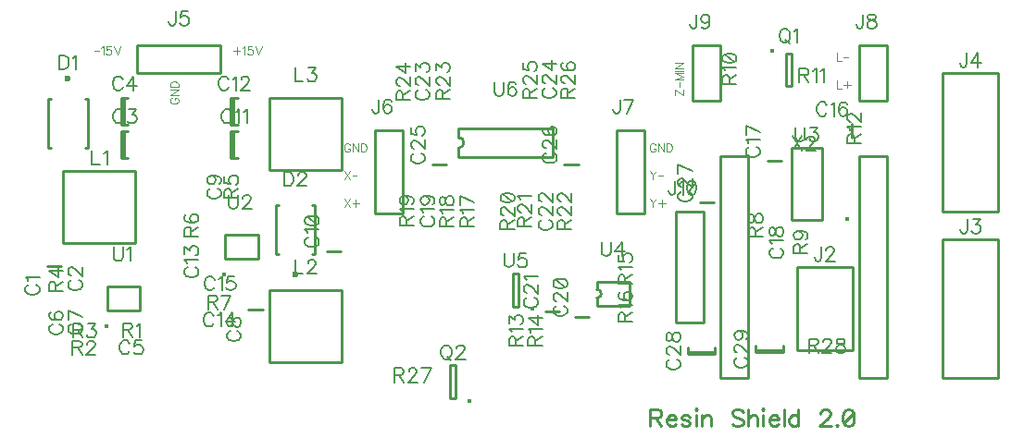
<source format=gbr>
G04 DipTrace 2.4.0.2*
%INTopSilk.gbr*%
%MOIN*%
%ADD10C,0.0098*%
%ADD24C,0.0236*%
%ADD30C,0.0154*%
%ADD32C,0.0157*%
%ADD77C,0.0077*%
%ADD78C,0.0046*%
%ADD79C,0.0093*%
%FSLAX44Y44*%
G04*
G70*
G90*
G75*
G01*
%LNTopSilk*%
%LPD*%
X5185Y10479D2*
D10*
X5696D1*
X7949Y14386D2*
Y15371D1*
X7874Y14386D2*
Y15371D1*
Y14386D2*
X8110D1*
X7874Y15371D2*
X8110D1*
X7949Y15574D2*
Y16558D1*
X7874Y15574D2*
Y16558D1*
Y15574D2*
X8110D1*
X7874Y16558D2*
X8110D1*
X12436Y8917D2*
X12947D1*
X15760Y11027D2*
X15248D1*
X11887Y14386D2*
Y15371D1*
X11812Y14386D2*
Y15371D1*
Y14386D2*
X12048D1*
X11812Y15371D2*
X12048D1*
X11887Y15574D2*
Y16558D1*
X11812Y15574D2*
Y16558D1*
Y15574D2*
X12048D1*
X11812Y16558D2*
X12048D1*
X34165Y15633D2*
Y15122D1*
X31633Y14276D2*
X31122D1*
X24698Y8652D2*
X24187D1*
X23636Y8839D2*
X23124D1*
X19573Y14153D2*
X19061D1*
X24323Y14152D2*
X23812D1*
X29196Y12776D2*
X28684D1*
X29245Y7385D2*
X28260D1*
X29245Y7311D2*
X28260D1*
X29245D2*
Y7546D1*
X28260Y7311D2*
Y7546D1*
X31682Y7448D2*
X30698D1*
X31682Y7373D2*
X30698D1*
X31682D2*
Y7609D1*
X30698Y7373D2*
Y7609D1*
X6649Y16524D2*
Y14752D1*
X5232Y16524D2*
Y14752D1*
X6649D2*
X6551D1*
X6649Y16524D2*
X6551D1*
X5331Y14752D2*
X5232D1*
X5331Y16524D2*
X5232D1*
D24*
X5941Y17242D3*
X13420Y10921D2*
D10*
Y12693D1*
X14837Y10921D2*
Y12693D1*
X13420D2*
X13519D1*
X13420Y10921D2*
X13519D1*
X14739Y12693D2*
X14837D1*
X14739Y10921D2*
X14837D1*
D24*
X14129Y10202D3*
X32190Y7440D2*
D10*
X34190D1*
Y10440D1*
X32190D1*
Y7440D1*
X37440Y6440D2*
X39440D1*
Y11440D1*
X37440D1*
Y6440D1*
Y12440D2*
X39440D1*
Y17440D1*
X37440D1*
Y12440D1*
X8440Y18440D2*
X11440D1*
Y17440D1*
X8440D1*
Y18440D1*
X17004Y12379D2*
X18004D1*
Y15378D1*
X17004D1*
Y12379D1*
X25692D2*
X26692D1*
Y15378D1*
X25692D1*
Y12379D1*
X34440Y16440D2*
X35440D1*
Y18440D1*
X34440D1*
Y16440D1*
X28440D2*
X29440D1*
Y18440D1*
X28440D1*
Y16440D1*
X27818Y8440D2*
X28818D1*
Y12441D1*
X27818D1*
Y8440D1*
X8375Y11329D2*
X5777D1*
Y13928D1*
X8375D1*
Y11329D1*
X15803Y9625D2*
X13205D1*
Y7027D1*
X15803D1*
Y9625D1*
Y16563D2*
X13205D1*
Y13964D1*
X15803D1*
Y16563D1*
D30*
X31293Y18248D3*
X31794Y18156D2*
D10*
Y16975D1*
X31991D1*
Y18156D1*
X31794D1*
D30*
X20402Y5632D3*
X19900Y5724D2*
D10*
Y6905D1*
X19704D1*
Y5724D1*
X19900D1*
X7359Y8873D2*
X8540D1*
X7359Y9740D2*
X8540D1*
Y8873D2*
Y9740D1*
D32*
X7320Y8322D3*
X7359Y8873D2*
D10*
Y9740D1*
X11610Y10749D2*
X12791D1*
X11610Y11615D2*
X12791D1*
Y10749D2*
Y11615D1*
D32*
X11570Y10198D3*
X11610Y10749D2*
D10*
Y11615D1*
D30*
X33992Y12182D3*
X33099Y12171D2*
D10*
Y14770D1*
X31997Y12171D2*
Y14770D1*
X33099D2*
X31997D1*
X33099Y12171D2*
X31997D1*
X24986Y9061D2*
X26167D1*
X24986Y9927D2*
X26167D1*
Y9061D2*
Y9927D1*
X24986Y9061D2*
Y9337D1*
Y9652D2*
Y9927D1*
Y9337D2*
G03X24986Y9652I0J158D01*
G01*
D30*
X22652Y8945D3*
X22151Y9037D2*
D10*
Y10218D1*
X21954D1*
Y9037D1*
X22151D1*
X19999Y14430D2*
X23385D1*
X19999Y15453D2*
X23385D1*
Y14430D2*
Y15453D1*
X19999Y14430D2*
Y14745D1*
Y15138D2*
Y15453D1*
Y14745D2*
G03X19999Y15138I0J197D01*
G01*
X34440Y6440D2*
X35440D1*
Y14440D1*
X34440D1*
Y6440D1*
X29440D2*
X30440D1*
Y14440D1*
X29440D1*
Y6440D1*
X4533Y9813D2*
D77*
X4485Y9789D1*
X4437Y9741D1*
X4413Y9693D1*
Y9598D1*
X4437Y9550D1*
X4485Y9502D1*
X4533Y9478D1*
X4604Y9454D1*
X4724D1*
X4796Y9478D1*
X4844Y9502D1*
X4891Y9550D1*
X4916Y9598D1*
Y9693D1*
X4891Y9741D1*
X4844Y9789D1*
X4796Y9813D1*
X4509Y9967D2*
X4485Y10015D1*
X4414Y10087D1*
X4916D1*
X6069Y9978D2*
X6021Y9954D1*
X5973Y9906D1*
X5949Y9859D1*
Y9763D1*
X5973Y9715D1*
X6021Y9667D1*
X6069Y9643D1*
X6141Y9619D1*
X6260D1*
X6332Y9643D1*
X6380Y9667D1*
X6427Y9715D1*
X6452Y9763D1*
Y9859D1*
X6427Y9906D1*
X6380Y9954D1*
X6332Y9978D1*
X6069Y10157D2*
X6045D1*
X5997Y10180D1*
X5974Y10204D1*
X5950Y10252D1*
Y10348D1*
X5974Y10395D1*
X5997Y10419D1*
X6045Y10444D1*
X6093D1*
X6141Y10419D1*
X6212Y10372D1*
X6452Y10132D1*
Y10467D1*
X7927Y16023D2*
X7903Y16071D1*
X7855Y16119D1*
X7807Y16142D1*
X7712D1*
X7664Y16119D1*
X7616Y16071D1*
X7592Y16023D1*
X7568Y15951D1*
Y15831D1*
X7592Y15760D1*
X7616Y15712D1*
X7664Y15664D1*
X7712Y15640D1*
X7807D1*
X7855Y15664D1*
X7903Y15712D1*
X7927Y15760D1*
X8129Y16142D2*
X8392D1*
X8249Y15951D1*
X8320D1*
X8368Y15927D1*
X8392Y15903D1*
X8416Y15831D1*
Y15784D1*
X8392Y15712D1*
X8344Y15664D1*
X8272Y15640D1*
X8201D1*
X8129Y15664D1*
X8105Y15688D1*
X8081Y15736D1*
X7915Y17210D2*
X7891Y17258D1*
X7843Y17306D1*
X7795Y17330D1*
X7700D1*
X7652Y17306D1*
X7604Y17258D1*
X7580Y17210D1*
X7556Y17138D1*
Y17018D1*
X7580Y16947D1*
X7604Y16899D1*
X7652Y16852D1*
X7700Y16827D1*
X7795D1*
X7843Y16852D1*
X7891Y16899D1*
X7915Y16947D1*
X8308Y16827D2*
Y17329D1*
X8069Y16995D1*
X8428D1*
X8166Y7688D2*
X8142Y7735D1*
X8094Y7783D1*
X8047Y7807D1*
X7951D1*
X7903Y7783D1*
X7855Y7735D1*
X7831Y7688D1*
X7807Y7616D1*
Y7496D1*
X7831Y7425D1*
X7855Y7377D1*
X7903Y7329D1*
X7951Y7305D1*
X8047D1*
X8094Y7329D1*
X8142Y7377D1*
X8166Y7425D1*
X8607Y7807D2*
X8368D1*
X8345Y7592D1*
X8368Y7615D1*
X8440Y7640D1*
X8512D1*
X8583Y7615D1*
X8631Y7568D1*
X8655Y7496D1*
Y7448D1*
X8631Y7377D1*
X8583Y7328D1*
X8512Y7305D1*
X8440D1*
X8368Y7328D1*
X8345Y7353D1*
X8320Y7400D1*
X5381Y8391D2*
X5334Y8367D1*
X5286Y8319D1*
X5262Y8272D1*
Y8176D1*
X5286Y8128D1*
X5334Y8081D1*
X5381Y8056D1*
X5453Y8033D1*
X5573D1*
X5644Y8056D1*
X5692Y8081D1*
X5740Y8128D1*
X5764Y8176D1*
Y8272D1*
X5740Y8319D1*
X5692Y8367D1*
X5644Y8391D1*
X5334Y8832D2*
X5286Y8809D1*
X5262Y8737D1*
Y8689D1*
X5286Y8617D1*
X5358Y8569D1*
X5477Y8546D1*
X5597D1*
X5692Y8569D1*
X5740Y8617D1*
X5764Y8689D1*
Y8713D1*
X5740Y8784D1*
X5692Y8832D1*
X5620Y8856D1*
X5597D1*
X5525Y8832D1*
X5477Y8784D1*
X5454Y8713D1*
Y8689D1*
X5477Y8617D1*
X5525Y8569D1*
X5597Y8546D1*
X6069Y8397D2*
X6021Y8374D1*
X5973Y8325D1*
X5949Y8278D1*
Y8182D1*
X5973Y8134D1*
X6021Y8087D1*
X6069Y8062D1*
X6140Y8039D1*
X6260D1*
X6332Y8062D1*
X6380Y8087D1*
X6427Y8134D1*
X6452Y8182D1*
Y8278D1*
X6427Y8325D1*
X6380Y8374D1*
X6332Y8397D1*
X6452Y8647D2*
X5950Y8887D1*
Y8552D1*
X11783Y8143D2*
X11736Y8119D1*
X11688Y8071D1*
X11664Y8023D1*
Y7928D1*
X11688Y7880D1*
X11736Y7832D1*
X11783Y7808D1*
X11855Y7784D1*
X11975D1*
X12046Y7808D1*
X12094Y7832D1*
X12142Y7880D1*
X12166Y7928D1*
Y8023D1*
X12142Y8071D1*
X12094Y8119D1*
X12046Y8143D1*
X11664Y8417D2*
X11688Y8345D1*
X11736Y8321D1*
X11784D1*
X11831Y8345D1*
X11856Y8393D1*
X11879Y8488D1*
X11903Y8560D1*
X11951Y8608D1*
X11999Y8632D1*
X12071D1*
X12118Y8608D1*
X12143Y8584D1*
X12166Y8512D1*
Y8417D1*
X12143Y8345D1*
X12118Y8321D1*
X12071Y8297D1*
X11999D1*
X11951Y8321D1*
X11903Y8369D1*
X11879Y8440D1*
X11856Y8536D1*
X11831Y8584D1*
X11784Y8608D1*
X11736D1*
X11688Y8584D1*
X11664Y8512D1*
Y8417D1*
X11069Y13285D2*
X11022Y13261D1*
X10974Y13213D1*
X10950Y13165D1*
Y13070D1*
X10974Y13022D1*
X11022Y12974D1*
X11069Y12950D1*
X11141Y12926D1*
X11261D1*
X11332Y12950D1*
X11380Y12974D1*
X11428Y13022D1*
X11452Y13070D1*
Y13165D1*
X11428Y13213D1*
X11380Y13261D1*
X11332Y13285D1*
X11117Y13750D2*
X11189Y13726D1*
X11237Y13678D1*
X11261Y13607D1*
Y13583D1*
X11237Y13511D1*
X11189Y13463D1*
X11117Y13439D1*
X11093D1*
X11022Y13463D1*
X10974Y13511D1*
X10950Y13583D1*
Y13607D1*
X10974Y13678D1*
X11022Y13726D1*
X11117Y13750D1*
X11237D1*
X11357Y13726D1*
X11428Y13678D1*
X11452Y13607D1*
Y13559D1*
X11428Y13487D1*
X11380Y13463D1*
X14596Y11533D2*
X14548Y11510D1*
X14500Y11461D1*
X14476Y11414D1*
Y11318D1*
X14500Y11270D1*
X14548Y11223D1*
X14596Y11198D1*
X14668Y11175D1*
X14787D1*
X14859Y11198D1*
X14907Y11223D1*
X14954Y11270D1*
X14979Y11318D1*
Y11414D1*
X14954Y11461D1*
X14907Y11510D1*
X14859Y11533D1*
X14572Y11688D2*
X14548Y11736D1*
X14477Y11808D1*
X14979D1*
X14477Y12106D2*
X14501Y12034D1*
X14572Y11986D1*
X14692Y11962D1*
X14764D1*
X14883Y11986D1*
X14955Y12034D1*
X14979Y12106D1*
Y12153D1*
X14955Y12225D1*
X14883Y12273D1*
X14764Y12297D1*
X14692D1*
X14572Y12273D1*
X14501Y12225D1*
X14477Y12153D1*
Y12106D1*
X14572Y12273D2*
X14883Y11986D1*
X11835Y16023D2*
X11811Y16071D1*
X11763Y16119D1*
X11716Y16142D1*
X11620D1*
X11572Y16119D1*
X11524Y16071D1*
X11500Y16023D1*
X11476Y15951D1*
Y15831D1*
X11500Y15760D1*
X11524Y15712D1*
X11572Y15664D1*
X11620Y15640D1*
X11716D1*
X11763Y15664D1*
X11811Y15712D1*
X11835Y15760D1*
X11989Y16046D2*
X12037Y16071D1*
X12109Y16142D1*
Y15640D1*
X12264Y16046D2*
X12312Y16071D1*
X12384Y16142D1*
Y15640D1*
X11728Y17211D2*
X11704Y17258D1*
X11656Y17306D1*
X11608Y17330D1*
X11513D1*
X11464Y17306D1*
X11417Y17258D1*
X11393Y17211D1*
X11369Y17139D1*
Y17019D1*
X11393Y16948D1*
X11417Y16899D1*
X11464Y16852D1*
X11513Y16828D1*
X11608D1*
X11656Y16852D1*
X11704Y16899D1*
X11728Y16948D1*
X11882Y17234D2*
X11930Y17258D1*
X12002Y17329D1*
Y16828D1*
X12181Y17210D2*
Y17234D1*
X12204Y17282D1*
X12228Y17306D1*
X12276Y17329D1*
X12372D1*
X12419Y17306D1*
X12443Y17282D1*
X12467Y17234D1*
Y17186D1*
X12443Y17138D1*
X12396Y17067D1*
X12156Y16828D1*
X12491D1*
X10257Y10448D2*
X10209Y10424D1*
X10161Y10376D1*
X10137Y10328D1*
Y10233D1*
X10161Y10185D1*
X10209Y10137D1*
X10257Y10113D1*
X10328Y10089D1*
X10448D1*
X10520Y10113D1*
X10568Y10137D1*
X10615Y10185D1*
X10640Y10233D1*
Y10328D1*
X10615Y10376D1*
X10568Y10424D1*
X10520Y10448D1*
X10233Y10602D2*
X10209Y10650D1*
X10138Y10722D1*
X10640D1*
X10138Y10925D2*
Y11187D1*
X10329Y11044D1*
Y11116D1*
X10353Y11163D1*
X10377Y11187D1*
X10448Y11211D1*
X10496D1*
X10568Y11187D1*
X10616Y11140D1*
X10640Y11068D1*
Y10996D1*
X10616Y10925D1*
X10592Y10901D1*
X10544Y10877D1*
X11187Y8688D2*
X11163Y8735D1*
X11115Y8783D1*
X11067Y8807D1*
X10972D1*
X10924Y8783D1*
X10876Y8735D1*
X10852Y8688D1*
X10828Y8616D1*
Y8496D1*
X10852Y8425D1*
X10876Y8377D1*
X10924Y8329D1*
X10972Y8305D1*
X11067D1*
X11115Y8329D1*
X11163Y8377D1*
X11187Y8425D1*
X11341Y8711D2*
X11389Y8735D1*
X11461Y8807D1*
Y8305D1*
X11855D2*
Y8807D1*
X11615Y8472D1*
X11974D1*
X11217Y10000D2*
X11193Y10048D1*
X11145Y10096D1*
X11097Y10120D1*
X11002D1*
X10954Y10096D1*
X10906Y10048D1*
X10882Y10000D1*
X10858Y9928D1*
Y9808D1*
X10882Y9737D1*
X10906Y9689D1*
X10954Y9642D1*
X11002Y9617D1*
X11097D1*
X11145Y9642D1*
X11193Y9689D1*
X11217Y9737D1*
X11371Y10023D2*
X11419Y10048D1*
X11491Y10119D1*
Y9617D1*
X11932Y10119D2*
X11694D1*
X11670Y9904D1*
X11694Y9928D1*
X11765Y9952D1*
X11837D1*
X11909Y9928D1*
X11957Y9880D1*
X11980Y9808D1*
Y9761D1*
X11957Y9689D1*
X11909Y9641D1*
X11837Y9617D1*
X11765D1*
X11694Y9641D1*
X11670Y9665D1*
X11645Y9713D1*
X33266Y16286D2*
X33242Y16333D1*
X33194Y16381D1*
X33147Y16405D1*
X33051D1*
X33003Y16381D1*
X32955Y16333D1*
X32931Y16286D1*
X32907Y16214D1*
Y16094D1*
X32931Y16023D1*
X32955Y15974D1*
X33003Y15927D1*
X33051Y15903D1*
X33147D1*
X33194Y15927D1*
X33242Y15974D1*
X33266Y16023D1*
X33420Y16309D2*
X33468Y16333D1*
X33540Y16404D1*
Y15903D1*
X33982Y16333D2*
X33958Y16381D1*
X33886Y16404D1*
X33838D1*
X33767Y16381D1*
X33719Y16309D1*
X33695Y16189D1*
Y16070D1*
X33719Y15974D1*
X33767Y15926D1*
X33838Y15903D1*
X33862D1*
X33934Y15926D1*
X33982Y15974D1*
X34005Y16046D1*
Y16070D1*
X33982Y16142D1*
X33934Y16189D1*
X33862Y16213D1*
X33838D1*
X33767Y16189D1*
X33719Y16142D1*
X33695Y16070D1*
X30469Y14783D2*
X30422Y14759D1*
X30374Y14711D1*
X30350Y14663D1*
Y14568D1*
X30374Y14520D1*
X30422Y14472D1*
X30469Y14448D1*
X30541Y14424D1*
X30661D1*
X30732Y14448D1*
X30781Y14472D1*
X30828Y14520D1*
X30852Y14568D1*
Y14663D1*
X30828Y14711D1*
X30781Y14759D1*
X30732Y14783D1*
X30446Y14937D2*
X30422Y14985D1*
X30351Y15057D1*
X30852D1*
Y15307D2*
X30351Y15546D1*
Y15211D1*
X31318Y11135D2*
X31270Y11111D1*
X31222Y11063D1*
X31198Y11016D1*
Y10920D1*
X31222Y10872D1*
X31270Y10824D1*
X31318Y10800D1*
X31390Y10776D1*
X31510D1*
X31581Y10800D1*
X31629Y10824D1*
X31676Y10872D1*
X31701Y10920D1*
Y11016D1*
X31676Y11063D1*
X31629Y11111D1*
X31581Y11135D1*
X31295Y11289D2*
X31270Y11337D1*
X31199Y11409D1*
X31701D1*
X31199Y11683D2*
X31223Y11612D1*
X31270Y11587D1*
X31318D1*
X31366Y11612D1*
X31390Y11659D1*
X31414Y11755D1*
X31438Y11827D1*
X31486Y11874D1*
X31533Y11898D1*
X31605D1*
X31653Y11874D1*
X31677Y11851D1*
X31701Y11779D1*
Y11683D1*
X31677Y11612D1*
X31653Y11587D1*
X31605Y11564D1*
X31533D1*
X31486Y11587D1*
X31438Y11636D1*
X31414Y11707D1*
X31390Y11802D1*
X31366Y11851D1*
X31318Y11874D1*
X31270D1*
X31223Y11851D1*
X31199Y11779D1*
Y11683D1*
X18757Y12273D2*
X18710Y12249D1*
X18662Y12201D1*
X18638Y12153D1*
Y12058D1*
X18662Y12010D1*
X18710Y11962D1*
X18757Y11938D1*
X18829Y11914D1*
X18949D1*
X19021Y11938D1*
X19069Y11962D1*
X19116Y12009D1*
X19141Y12058D1*
Y12153D1*
X19116Y12201D1*
X19069Y12249D1*
X19021Y12273D1*
X18734Y12427D2*
X18710Y12475D1*
X18639Y12547D1*
X19141D1*
X18806Y13012D2*
X18877Y12988D1*
X18926Y12941D1*
X18949Y12869D1*
Y12845D1*
X18926Y12773D1*
X18877Y12726D1*
X18806Y12701D1*
X18782D1*
X18710Y12726D1*
X18662Y12773D1*
X18639Y12845D1*
Y12869D1*
X18662Y12941D1*
X18710Y12988D1*
X18806Y13012D1*
X18926D1*
X19045Y12988D1*
X19117Y12941D1*
X19141Y12869D1*
Y12821D1*
X19117Y12749D1*
X19069Y12726D1*
X23535Y9051D2*
X23487Y9027D1*
X23439Y8979D1*
X23415Y8931D1*
Y8836D1*
X23439Y8788D1*
X23487Y8740D1*
X23535Y8716D1*
X23606Y8692D1*
X23726D1*
X23798Y8716D1*
X23846Y8740D1*
X23893Y8788D1*
X23918Y8836D1*
Y8931D1*
X23893Y8979D1*
X23846Y9027D1*
X23798Y9051D1*
X23535Y9229D2*
X23511D1*
X23463Y9253D1*
X23440Y9277D1*
X23416Y9325D1*
Y9421D1*
X23440Y9468D1*
X23463Y9492D1*
X23511Y9516D1*
X23559D1*
X23607Y9492D1*
X23678Y9444D1*
X23918Y9205D1*
Y9540D1*
X23416Y9838D2*
X23440Y9766D1*
X23511Y9718D1*
X23631Y9694D1*
X23703D1*
X23822Y9718D1*
X23894Y9766D1*
X23918Y9838D1*
Y9886D1*
X23894Y9957D1*
X23822Y10005D1*
X23703Y10029D1*
X23631D1*
X23511Y10005D1*
X23440Y9957D1*
X23416Y9886D1*
Y9838D1*
X23511Y10005D2*
X23822Y9718D1*
X22472Y9346D2*
X22424Y9322D1*
X22376Y9274D1*
X22352Y9226D1*
Y9131D1*
X22376Y9083D1*
X22424Y9035D1*
X22472Y9011D1*
X22544Y8987D1*
X22664D1*
X22735Y9011D1*
X22783Y9035D1*
X22831Y9083D1*
X22855Y9131D1*
Y9226D1*
X22831Y9274D1*
X22783Y9322D1*
X22735Y9346D1*
X22472Y9524D2*
X22449D1*
X22401Y9548D1*
X22377Y9572D1*
X22353Y9620D1*
Y9716D1*
X22377Y9763D1*
X22401Y9787D1*
X22449Y9811D1*
X22496D1*
X22544Y9787D1*
X22616Y9739D1*
X22855Y9500D1*
Y9835D1*
X22449Y9989D2*
X22424Y10038D1*
X22353Y10109D1*
X22855D1*
X23008Y12153D2*
X22960Y12129D1*
X22912Y12081D1*
X22888Y12034D1*
Y11938D1*
X22912Y11890D1*
X22960Y11843D1*
X23008Y11818D1*
X23079Y11795D1*
X23199D1*
X23271Y11818D1*
X23319Y11843D1*
X23366Y11890D1*
X23391Y11938D1*
Y12034D1*
X23366Y12081D1*
X23319Y12129D1*
X23271Y12153D1*
X23008Y12332D2*
X22984D1*
X22936Y12356D1*
X22912Y12379D1*
X22889Y12428D1*
Y12523D1*
X22912Y12571D1*
X22936Y12594D1*
X22984Y12619D1*
X23032D1*
X23080Y12594D1*
X23151Y12547D1*
X23391Y12308D1*
Y12643D1*
X23008Y12821D2*
X22984D1*
X22936Y12845D1*
X22912Y12869D1*
X22889Y12917D1*
Y13012D1*
X22912Y13060D1*
X22936Y13084D1*
X22984Y13108D1*
X23032D1*
X23080Y13084D1*
X23151Y13036D1*
X23391Y12797D1*
Y13132D1*
X18570Y16841D2*
X18522Y16817D1*
X18474Y16769D1*
X18451Y16722D1*
Y16626D1*
X18474Y16578D1*
X18522Y16530D1*
X18570Y16506D1*
X18642Y16482D1*
X18762D1*
X18833Y16506D1*
X18881Y16530D1*
X18929Y16578D1*
X18953Y16626D1*
Y16722D1*
X18929Y16769D1*
X18881Y16817D1*
X18833Y16841D1*
X18571Y17020D2*
X18547D1*
X18499Y17043D1*
X18475Y17067D1*
X18451Y17115D1*
Y17211D1*
X18475Y17258D1*
X18499Y17282D1*
X18547Y17307D1*
X18594D1*
X18642Y17282D1*
X18714Y17235D1*
X18953Y16995D1*
Y17330D1*
X18451Y17533D2*
Y17795D1*
X18642Y17652D1*
Y17724D1*
X18666Y17772D1*
X18690Y17795D1*
X18762Y17820D1*
X18809D1*
X18881Y17795D1*
X18929Y17748D1*
X18953Y17676D1*
Y17604D1*
X18929Y17533D1*
X18905Y17509D1*
X18857Y17485D1*
X23133Y16910D2*
X23085Y16886D1*
X23037Y16838D1*
X23014Y16791D1*
Y16695D1*
X23037Y16647D1*
X23085Y16599D1*
X23133Y16575D1*
X23205Y16551D1*
X23325D1*
X23396Y16575D1*
X23444Y16599D1*
X23492Y16647D1*
X23516Y16695D1*
Y16791D1*
X23492Y16838D1*
X23444Y16886D1*
X23396Y16910D1*
X23133Y17089D2*
X23110D1*
X23062Y17112D1*
X23038Y17136D1*
X23014Y17184D1*
Y17280D1*
X23038Y17327D1*
X23062Y17351D1*
X23110Y17375D1*
X23157D1*
X23205Y17351D1*
X23277Y17304D1*
X23516Y17064D1*
Y17399D1*
Y17793D2*
X23014D1*
X23348Y17554D1*
Y17912D1*
X18409Y14551D2*
X18361Y14528D1*
X18313Y14479D1*
X18290Y14432D1*
Y14336D1*
X18313Y14288D1*
X18361Y14241D1*
X18409Y14216D1*
X18481Y14193D1*
X18601D1*
X18672Y14216D1*
X18720Y14241D1*
X18768Y14288D1*
X18792Y14336D1*
Y14432D1*
X18768Y14479D1*
X18720Y14528D1*
X18672Y14551D1*
X18410Y14730D2*
X18386D1*
X18338Y14754D1*
X18314Y14778D1*
X18290Y14826D1*
Y14921D1*
X18314Y14969D1*
X18338Y14993D1*
X18386Y15017D1*
X18433D1*
X18481Y14993D1*
X18553Y14945D1*
X18792Y14706D1*
Y15041D1*
X18290Y15482D2*
Y15243D1*
X18505Y15219D1*
X18481Y15243D1*
X18457Y15315D1*
Y15386D1*
X18481Y15458D1*
X18529Y15506D1*
X18601Y15530D1*
X18648D1*
X18720Y15506D1*
X18768Y15458D1*
X18792Y15386D1*
Y15315D1*
X18768Y15243D1*
X18744Y15219D1*
X18696Y15195D1*
X23159Y14563D2*
X23112Y14540D1*
X23063Y14492D1*
X23040Y14444D1*
Y14348D1*
X23063Y14300D1*
X23112Y14253D1*
X23159Y14228D1*
X23231Y14205D1*
X23351D1*
X23422Y14228D1*
X23470Y14253D1*
X23518Y14300D1*
X23542Y14348D1*
Y14444D1*
X23518Y14492D1*
X23470Y14540D1*
X23422Y14563D1*
X23160Y14742D2*
X23136D1*
X23088Y14766D1*
X23064Y14790D1*
X23040Y14838D1*
Y14933D1*
X23064Y14981D1*
X23088Y15005D1*
X23136Y15029D1*
X23183D1*
X23232Y15005D1*
X23303Y14957D1*
X23542Y14718D1*
Y15053D1*
X23112Y15494D2*
X23064Y15470D1*
X23040Y15398D1*
Y15351D1*
X23064Y15279D1*
X23136Y15231D1*
X23255Y15207D1*
X23375D1*
X23470Y15231D1*
X23518Y15279D1*
X23542Y15351D1*
Y15375D1*
X23518Y15446D1*
X23470Y15494D1*
X23398Y15518D1*
X23375D1*
X23303Y15494D1*
X23255Y15446D1*
X23232Y15375D1*
Y15351D1*
X23255Y15279D1*
X23303Y15231D1*
X23375Y15207D1*
X28032Y13175D2*
X27984Y13151D1*
X27936Y13103D1*
X27912Y13056D1*
Y12960D1*
X27936Y12912D1*
X27984Y12865D1*
X28032Y12840D1*
X28104Y12816D1*
X28224D1*
X28295Y12840D1*
X28343Y12865D1*
X28391Y12912D1*
X28415Y12960D1*
Y13056D1*
X28391Y13103D1*
X28343Y13151D1*
X28295Y13175D1*
X28032Y13354D2*
X28009D1*
X27961Y13378D1*
X27937Y13401D1*
X27913Y13450D1*
Y13545D1*
X27937Y13593D1*
X27961Y13616D1*
X28009Y13641D1*
X28056D1*
X28104Y13616D1*
X28176Y13569D1*
X28415Y13330D1*
Y13665D1*
Y13915D2*
X27913Y14154D1*
Y13819D1*
X27608Y7119D2*
X27561Y7095D1*
X27513Y7047D1*
X27489Y7000D1*
Y6904D1*
X27513Y6856D1*
X27561Y6808D1*
X27608Y6784D1*
X27680Y6760D1*
X27800D1*
X27871Y6784D1*
X27919Y6808D1*
X27967Y6856D1*
X27991Y6904D1*
Y7000D1*
X27967Y7047D1*
X27919Y7095D1*
X27871Y7119D1*
X27609Y7298D2*
X27585D1*
X27537Y7321D1*
X27513Y7345D1*
X27489Y7393D1*
Y7489D1*
X27513Y7536D1*
X27537Y7560D1*
X27585Y7585D1*
X27632D1*
X27681Y7560D1*
X27752Y7513D1*
X27991Y7273D1*
Y7608D1*
X27489Y7882D2*
X27513Y7811D1*
X27561Y7786D1*
X27609D1*
X27656Y7811D1*
X27681Y7858D1*
X27704Y7954D1*
X27728Y8026D1*
X27776Y8073D1*
X27824Y8097D1*
X27896D1*
X27943Y8073D1*
X27967Y8050D1*
X27991Y7978D1*
Y7882D1*
X27967Y7811D1*
X27943Y7786D1*
X27896Y7763D1*
X27824D1*
X27776Y7786D1*
X27728Y7835D1*
X27704Y7906D1*
X27681Y8001D1*
X27656Y8050D1*
X27609Y8073D1*
X27561D1*
X27513Y8050D1*
X27489Y7978D1*
Y7882D1*
X30046Y7193D2*
X29998Y7169D1*
X29950Y7121D1*
X29926Y7074D1*
Y6978D1*
X29950Y6930D1*
X29998Y6882D1*
X30046Y6858D1*
X30118Y6834D1*
X30237D1*
X30309Y6858D1*
X30357Y6882D1*
X30404Y6930D1*
X30429Y6978D1*
Y7074D1*
X30404Y7121D1*
X30357Y7169D1*
X30309Y7193D1*
X30046Y7372D2*
X30022D1*
X29974Y7396D1*
X29951Y7419D1*
X29927Y7467D1*
Y7563D1*
X29951Y7611D1*
X29974Y7634D1*
X30022Y7659D1*
X30070D1*
X30118Y7634D1*
X30189Y7587D1*
X30429Y7347D1*
Y7682D1*
X30094Y8148D2*
X30166Y8124D1*
X30214Y8076D1*
X30237Y8004D1*
Y7981D1*
X30214Y7909D1*
X30166Y7861D1*
X30094Y7837D1*
X30070D1*
X29998Y7861D1*
X29951Y7909D1*
X29927Y7981D1*
Y8004D1*
X29951Y8076D1*
X29998Y8124D1*
X30094Y8148D1*
X30214D1*
X30333Y8124D1*
X30405Y8076D1*
X30429Y8004D1*
Y7957D1*
X30405Y7885D1*
X30357Y7861D1*
X5636Y18092D2*
Y17590D1*
X5804D1*
X5875Y17614D1*
X5924Y17662D1*
X5947Y17710D1*
X5971Y17781D1*
Y17901D1*
X5947Y17973D1*
X5924Y18020D1*
X5875Y18069D1*
X5804Y18092D1*
X5636D1*
X6125Y17996D2*
X6174Y18020D1*
X6245Y18092D1*
Y17590D1*
X13717Y13878D2*
Y13375D1*
X13884D1*
X13956Y13399D1*
X14004Y13447D1*
X14028Y13495D1*
X14052Y13566D1*
Y13686D1*
X14028Y13758D1*
X14004Y13806D1*
X13956Y13854D1*
X13884Y13878D1*
X13717D1*
X14230Y13758D2*
Y13781D1*
X14254Y13829D1*
X14278Y13853D1*
X14326Y13877D1*
X14422D1*
X14469Y13853D1*
X14493Y13829D1*
X14517Y13781D1*
Y13734D1*
X14493Y13686D1*
X14445Y13614D1*
X14206Y13375D1*
X14541D1*
X33065Y11172D2*
Y10790D1*
X33041Y10718D1*
X33017Y10694D1*
X32969Y10670D1*
X32921D1*
X32874Y10694D1*
X32850Y10718D1*
X32826Y10790D1*
Y10837D1*
X33244Y11052D2*
Y11076D1*
X33267Y11124D1*
X33291Y11148D1*
X33339Y11172D1*
X33435D1*
X33482Y11148D1*
X33506Y11124D1*
X33531Y11076D1*
Y11029D1*
X33506Y10980D1*
X33459Y10909D1*
X33219Y10670D1*
X33554D1*
X38315Y12172D2*
Y11790D1*
X38291Y11718D1*
X38267Y11694D1*
X38219Y11670D1*
X38171D1*
X38124Y11694D1*
X38100Y11718D1*
X38076Y11790D1*
Y11837D1*
X38517Y12172D2*
X38780D1*
X38637Y11980D1*
X38709D1*
X38756Y11957D1*
X38780Y11933D1*
X38804Y11861D1*
Y11814D1*
X38780Y11742D1*
X38732Y11694D1*
X38661Y11670D1*
X38589D1*
X38517Y11694D1*
X38494Y11718D1*
X38469Y11765D1*
X38303Y18172D2*
Y17790D1*
X38279Y17718D1*
X38255Y17694D1*
X38207Y17670D1*
X38159D1*
X38112Y17694D1*
X38088Y17718D1*
X38064Y17790D1*
Y17837D1*
X38697Y17670D2*
Y18172D1*
X38458Y17837D1*
X38816D1*
X9815Y19672D2*
Y19290D1*
X9791Y19218D1*
X9767Y19194D1*
X9719Y19170D1*
X9671D1*
X9624Y19194D1*
X9600Y19218D1*
X9576Y19290D1*
Y19337D1*
X10256Y19672D2*
X10017D1*
X9994Y19457D1*
X10017Y19480D1*
X10089Y19505D1*
X10161D1*
X10232Y19480D1*
X10281Y19433D1*
X10304Y19361D1*
Y19314D1*
X10281Y19242D1*
X10232Y19194D1*
X10161Y19170D1*
X10089D1*
X10017Y19194D1*
X9994Y19218D1*
X9969Y19265D1*
X17142Y16504D2*
Y16122D1*
X17118Y16050D1*
X17094Y16026D1*
X17046Y16002D1*
X16998D1*
X16950Y16026D1*
X16927Y16050D1*
X16902Y16122D1*
Y16169D1*
X17583Y16433D2*
X17559Y16480D1*
X17487Y16504D1*
X17440D1*
X17368Y16480D1*
X17320Y16408D1*
X17296Y16289D1*
Y16169D1*
X17320Y16074D1*
X17368Y16026D1*
X17440Y16002D1*
X17463D1*
X17535Y16026D1*
X17583Y16074D1*
X17607Y16146D1*
Y16169D1*
X17583Y16241D1*
X17535Y16289D1*
X17463Y16313D1*
X17440D1*
X17368Y16289D1*
X17320Y16241D1*
X17296Y16169D1*
X25817Y16504D2*
Y16122D1*
X25793Y16050D1*
X25769Y16026D1*
X25722Y16002D1*
X25674D1*
X25626Y16026D1*
X25602Y16050D1*
X25578Y16122D1*
Y16170D1*
X26067Y16002D2*
X26307Y16504D1*
X25972D1*
X34565Y19566D2*
Y19183D1*
X34542Y19112D1*
X34517Y19088D1*
X34470Y19064D1*
X34422D1*
X34374Y19088D1*
X34350Y19112D1*
X34326Y19183D1*
Y19231D1*
X34839Y19565D2*
X34768Y19542D1*
X34743Y19494D1*
Y19446D1*
X34768Y19398D1*
X34815Y19374D1*
X34911Y19350D1*
X34983Y19327D1*
X35030Y19279D1*
X35054Y19231D1*
Y19159D1*
X35030Y19112D1*
X35007Y19087D1*
X34935Y19064D1*
X34839D1*
X34768Y19087D1*
X34743Y19112D1*
X34720Y19159D1*
Y19231D1*
X34743Y19279D1*
X34792Y19327D1*
X34863Y19350D1*
X34958Y19374D1*
X35007Y19398D1*
X35030Y19446D1*
Y19494D1*
X35007Y19542D1*
X34935Y19565D1*
X34839D1*
X28577Y19566D2*
Y19183D1*
X28553Y19112D1*
X28529Y19088D1*
X28481Y19064D1*
X28433D1*
X28386Y19088D1*
X28362Y19112D1*
X28338Y19183D1*
Y19231D1*
X29042Y19398D2*
X29018Y19327D1*
X28971Y19279D1*
X28899Y19255D1*
X28875D1*
X28803Y19279D1*
X28756Y19327D1*
X28731Y19398D1*
Y19422D1*
X28756Y19494D1*
X28803Y19542D1*
X28875Y19565D1*
X28899D1*
X28971Y19542D1*
X29018Y19494D1*
X29042Y19398D1*
Y19279D1*
X29018Y19159D1*
X28971Y19087D1*
X28899Y19064D1*
X28851D1*
X28779Y19087D1*
X28756Y19135D1*
X27806Y13566D2*
Y13184D1*
X27782Y13112D1*
X27758Y13088D1*
X27710Y13064D1*
X27662D1*
X27615Y13088D1*
X27591Y13112D1*
X27567Y13184D1*
Y13232D1*
X27960Y13470D2*
X28008Y13495D1*
X28080Y13566D1*
Y13064D1*
X28378Y13566D2*
X28306Y13542D1*
X28258Y13470D1*
X28235Y13351D1*
Y13279D1*
X28258Y13160D1*
X28306Y13088D1*
X28378Y13064D1*
X28426D1*
X28498Y13088D1*
X28545Y13160D1*
X28570Y13279D1*
Y13351D1*
X28545Y13470D1*
X28498Y13542D1*
X28426Y13566D1*
X28378D1*
X28545Y13470D2*
X28258Y13160D1*
X6795Y14660D2*
Y14157D1*
X7082D1*
X7237Y14564D2*
X7285Y14588D1*
X7357Y14659D1*
Y14157D1*
X14116Y10712D2*
Y10209D1*
X14403D1*
X14581Y10592D2*
Y10616D1*
X14605Y10664D1*
X14629Y10687D1*
X14677Y10711D1*
X14773D1*
X14820Y10687D1*
X14844Y10664D1*
X14868Y10616D1*
Y10568D1*
X14844Y10520D1*
X14796Y10449D1*
X14557Y10209D1*
X14892D1*
X14116Y17649D2*
Y17147D1*
X14403D1*
X14605Y17649D2*
X14868D1*
X14724Y17457D1*
X14796D1*
X14844Y17434D1*
X14868Y17410D1*
X14892Y17338D1*
Y17290D1*
X14868Y17219D1*
X14820Y17171D1*
X14748Y17147D1*
X14676D1*
X14605Y17171D1*
X14581Y17195D1*
X14557Y17242D1*
X31699Y19058D2*
X31651Y19035D1*
X31603Y18986D1*
X31580Y18938D1*
X31555Y18867D1*
Y18747D1*
X31580Y18675D1*
X31603Y18628D1*
X31651Y18580D1*
X31699Y18556D1*
X31795D1*
X31843Y18580D1*
X31890Y18628D1*
X31914Y18675D1*
X31938Y18747D1*
Y18867D1*
X31914Y18938D1*
X31890Y18986D1*
X31843Y19035D1*
X31795Y19058D1*
X31699D1*
X31771Y18652D2*
X31914Y18508D1*
X32093Y18962D2*
X32141Y18986D1*
X32213Y19057D1*
Y18555D1*
X19518Y7637D2*
X19471Y7614D1*
X19423Y7566D1*
X19399Y7518D1*
X19375Y7446D1*
Y7326D1*
X19399Y7255D1*
X19423Y7207D1*
X19471Y7159D1*
X19518Y7135D1*
X19614D1*
X19662Y7159D1*
X19709Y7207D1*
X19733Y7255D1*
X19758Y7326D1*
Y7446D1*
X19733Y7518D1*
X19709Y7566D1*
X19662Y7614D1*
X19614Y7637D1*
X19518D1*
X19590Y7231D2*
X19733Y7087D1*
X19936Y7517D2*
Y7541D1*
X19960Y7589D1*
X19984Y7613D1*
X20032Y7636D1*
X20128D1*
X20175Y7613D1*
X20199Y7589D1*
X20223Y7541D1*
Y7493D1*
X20199Y7445D1*
X20151Y7374D1*
X19912Y7135D1*
X20247D1*
X7927Y8193D2*
X8142D1*
X8213Y8217D1*
X8238Y8241D1*
X8262Y8288D1*
Y8336D1*
X8238Y8384D1*
X8213Y8408D1*
X8142Y8432D1*
X7927D1*
Y7930D1*
X8094Y8193D2*
X8262Y7930D1*
X8416Y8336D2*
X8464Y8360D1*
X8536Y8432D1*
Y7930D1*
X6113Y7549D2*
X6328D1*
X6400Y7574D1*
X6425Y7598D1*
X6448Y7645D1*
Y7693D1*
X6425Y7741D1*
X6400Y7765D1*
X6328Y7789D1*
X6113D1*
Y7286D1*
X6281Y7549D2*
X6448Y7286D1*
X6627Y7669D2*
Y7693D1*
X6651Y7741D1*
X6675Y7764D1*
X6723Y7788D1*
X6818D1*
X6866Y7764D1*
X6890Y7741D1*
X6914Y7693D1*
Y7645D1*
X6890Y7597D1*
X6842Y7526D1*
X6603Y7286D1*
X6938D1*
X6132Y8174D2*
X6347D1*
X6418Y8199D1*
X6443Y8223D1*
X6467Y8270D1*
Y8318D1*
X6443Y8366D1*
X6418Y8390D1*
X6347Y8414D1*
X6132D1*
Y7911D1*
X6299Y8174D2*
X6467Y7911D1*
X6669Y8413D2*
X6932D1*
X6788Y8222D1*
X6860D1*
X6908Y8198D1*
X6932Y8174D1*
X6956Y8103D1*
Y8055D1*
X6932Y7983D1*
X6884Y7935D1*
X6812Y7911D1*
X6740D1*
X6669Y7935D1*
X6645Y7959D1*
X6621Y8007D1*
X5501Y9601D2*
Y9816D1*
X5477Y9888D1*
X5453Y9912D1*
X5406Y9936D1*
X5357D1*
X5310Y9912D1*
X5286Y9888D1*
X5262Y9816D1*
Y9601D1*
X5764D1*
X5501Y9769D2*
X5764Y9936D1*
Y10330D2*
X5262D1*
X5597Y10090D1*
Y10449D1*
X11814Y12944D2*
Y13159D1*
X11790Y13231D1*
X11766Y13255D1*
X11719Y13279D1*
X11670D1*
X11623Y13255D1*
X11599Y13231D1*
X11575Y13159D1*
Y12944D1*
X12077D1*
X11814Y13112D2*
X12077Y13279D1*
X11575Y13720D2*
Y13482D1*
X11790Y13458D1*
X11767Y13482D1*
X11742Y13554D1*
Y13625D1*
X11767Y13697D1*
X11814Y13745D1*
X11886Y13769D1*
X11934D1*
X12005Y13745D1*
X12053Y13697D1*
X12077Y13625D1*
Y13554D1*
X12053Y13482D1*
X12029Y13458D1*
X11982Y13434D1*
X10377Y11563D2*
Y11778D1*
X10352Y11850D1*
X10328Y11874D1*
X10281Y11898D1*
X10233D1*
X10185Y11874D1*
X10161Y11850D1*
X10137Y11778D1*
Y11563D1*
X10640D1*
X10377Y11730D2*
X10640Y11898D1*
X10209Y12339D2*
X10162Y12315D1*
X10138Y12244D1*
Y12196D1*
X10162Y12124D1*
X10233Y12076D1*
X10353Y12052D1*
X10472D1*
X10568Y12076D1*
X10616Y12124D1*
X10640Y12196D1*
Y12220D1*
X10616Y12291D1*
X10568Y12339D1*
X10496Y12363D1*
X10472D1*
X10400Y12339D1*
X10353Y12291D1*
X10329Y12220D1*
Y12196D1*
X10353Y12124D1*
X10400Y12076D1*
X10472Y12052D1*
X10989Y9193D2*
X11204D1*
X11276Y9217D1*
X11300Y9241D1*
X11324Y9288D1*
Y9337D1*
X11300Y9384D1*
X11276Y9408D1*
X11204Y9432D1*
X10989D1*
Y8930D1*
X11156Y9193D2*
X11324Y8930D1*
X11574D2*
X11813Y9432D1*
X11478D1*
X30688Y11550D2*
Y11765D1*
X30663Y11837D1*
X30640Y11861D1*
X30592Y11885D1*
X30544D1*
X30496Y11861D1*
X30472Y11837D1*
X30448Y11765D1*
Y11550D1*
X30951D1*
X30688Y11718D2*
X30951Y11885D1*
X30449Y12159D2*
X30473Y12088D1*
X30520Y12063D1*
X30568D1*
X30616Y12088D1*
X30640Y12135D1*
X30664Y12231D1*
X30688Y12303D1*
X30736Y12350D1*
X30783Y12374D1*
X30855D1*
X30903Y12350D1*
X30927Y12326D1*
X30951Y12255D1*
Y12159D1*
X30927Y12088D1*
X30903Y12063D1*
X30855Y12040D1*
X30783D1*
X30736Y12063D1*
X30688Y12111D1*
X30664Y12183D1*
X30640Y12278D1*
X30616Y12326D1*
X30568Y12350D1*
X30520D1*
X30473Y12326D1*
X30449Y12255D1*
Y12159D1*
X32313Y10955D2*
Y11170D1*
X32288Y11242D1*
X32265Y11266D1*
X32217Y11290D1*
X32169D1*
X32121Y11266D1*
X32097Y11242D1*
X32073Y11170D1*
Y10955D1*
X32576D1*
X32313Y11123D2*
X32576Y11290D1*
X32241Y11756D2*
X32313Y11731D1*
X32361Y11684D1*
X32385Y11612D1*
Y11588D1*
X32361Y11516D1*
X32313Y11469D1*
X32241Y11444D1*
X32217D1*
X32145Y11469D1*
X32098Y11516D1*
X32074Y11588D1*
Y11612D1*
X32098Y11684D1*
X32145Y11731D1*
X32241Y11756D1*
X32361D1*
X32480Y11731D1*
X32552Y11684D1*
X32576Y11612D1*
Y11564D1*
X32552Y11493D1*
X32504Y11469D1*
X29750Y17056D2*
Y17271D1*
X29726Y17343D1*
X29702Y17367D1*
X29655Y17391D1*
X29607D1*
X29559Y17367D1*
X29535Y17343D1*
X29511Y17271D1*
Y17056D1*
X30013D1*
X29750Y17224D2*
X30013Y17391D1*
X29607Y17545D2*
X29583Y17593D1*
X29511Y17665D1*
X30013D1*
X29511Y17963D2*
X29535Y17892D1*
X29607Y17843D1*
X29726Y17820D1*
X29798D1*
X29918Y17843D1*
X29990Y17892D1*
X30013Y17963D1*
Y18011D1*
X29990Y18083D1*
X29918Y18130D1*
X29798Y18155D1*
X29726D1*
X29607Y18130D1*
X29535Y18083D1*
X29511Y18011D1*
Y17963D1*
X29607Y18130D2*
X29918Y17843D1*
X32270Y17380D2*
X32485D1*
X32557Y17404D1*
X32582Y17428D1*
X32605Y17475D1*
Y17523D1*
X32582Y17571D1*
X32557Y17595D1*
X32485Y17619D1*
X32270D1*
Y17117D1*
X32438Y17380D2*
X32605Y17117D1*
X32760Y17523D2*
X32808Y17547D1*
X32880Y17619D1*
Y17117D1*
X33034Y17523D2*
X33082Y17547D1*
X33154Y17619D1*
Y17117D1*
X34250Y14913D2*
Y15128D1*
X34226Y15200D1*
X34202Y15224D1*
X34155Y15248D1*
X34107D1*
X34059Y15224D1*
X34035Y15200D1*
X34011Y15128D1*
Y14913D1*
X34513D1*
X34250Y15080D2*
X34513Y15248D1*
X34107Y15402D2*
X34083Y15450D1*
X34011Y15522D1*
X34513D1*
X34131Y15701D2*
X34107D1*
X34059Y15725D1*
X34035Y15748D1*
X34011Y15796D1*
Y15892D1*
X34035Y15940D1*
X34059Y15963D1*
X34107Y15988D1*
X34155D1*
X34203Y15963D1*
X34274Y15916D1*
X34513Y15676D1*
Y16011D1*
X22065Y7619D2*
Y7834D1*
X22041Y7906D1*
X22017Y7930D1*
X21970Y7954D1*
X21922D1*
X21874Y7930D1*
X21850Y7906D1*
X21826Y7834D1*
Y7619D1*
X22328D1*
X22065Y7787D2*
X22328Y7954D1*
X21922Y8108D2*
X21898Y8156D1*
X21826Y8228D1*
X22328D1*
X21826Y8431D2*
Y8693D1*
X22018Y8550D1*
Y8622D1*
X22041Y8670D1*
X22065Y8693D1*
X22137Y8718D1*
X22185D1*
X22256Y8693D1*
X22305Y8646D1*
X22328Y8574D1*
Y8502D1*
X22305Y8431D1*
X22280Y8407D1*
X22233Y8383D1*
X22753Y7607D2*
Y7822D1*
X22728Y7894D1*
X22705Y7918D1*
X22657Y7942D1*
X22609D1*
X22562Y7918D1*
X22537Y7894D1*
X22513Y7822D1*
Y7607D1*
X23016D1*
X22753Y7775D2*
X23016Y7942D1*
X22610Y8096D2*
X22585Y8145D1*
X22514Y8216D1*
X23016D1*
Y8610D2*
X22514D1*
X22848Y8371D1*
Y8730D1*
X26003Y9851D2*
Y10066D1*
X25979Y10138D1*
X25955Y10162D1*
X25908Y10186D1*
X25859D1*
X25812Y10162D1*
X25788Y10138D1*
X25764Y10066D1*
Y9851D1*
X26266D1*
X26003Y10018D2*
X26266Y10186D1*
X25860Y10340D2*
X25836Y10388D1*
X25764Y10460D1*
X26266D1*
X25764Y10901D2*
Y10663D1*
X25979Y10639D1*
X25956Y10663D1*
X25931Y10735D1*
Y10806D1*
X25956Y10878D1*
X26003Y10926D1*
X26075Y10950D1*
X26123D1*
X26194Y10926D1*
X26242Y10878D1*
X26266Y10806D1*
Y10735D1*
X26242Y10663D1*
X26218Y10639D1*
X26171Y10615D1*
X26003Y8488D2*
Y8703D1*
X25979Y8775D1*
X25955Y8799D1*
X25908Y8823D1*
X25859D1*
X25812Y8799D1*
X25788Y8775D1*
X25764Y8703D1*
Y8488D1*
X26266D1*
X26003Y8655D2*
X26266Y8823D1*
X25860Y8977D2*
X25836Y9025D1*
X25764Y9097D1*
X26266D1*
X25836Y9539D2*
X25788Y9515D1*
X25764Y9443D1*
Y9395D1*
X25788Y9324D1*
X25860Y9275D1*
X25979Y9252D1*
X26099D1*
X26194Y9275D1*
X26242Y9324D1*
X26266Y9395D1*
Y9419D1*
X26242Y9490D1*
X26194Y9539D1*
X26123Y9562D1*
X26099D1*
X26027Y9539D1*
X25979Y9490D1*
X25956Y9419D1*
Y9395D1*
X25979Y9324D1*
X26027Y9275D1*
X26099Y9252D1*
X20315Y11914D2*
Y12129D1*
X20291Y12201D1*
X20267Y12225D1*
X20219Y12249D1*
X20171D1*
X20124Y12225D1*
X20099Y12201D1*
X20076Y12129D1*
Y11914D1*
X20578D1*
X20315Y12081D2*
X20578Y12249D1*
X20172Y12403D2*
X20148Y12451D1*
X20076Y12523D1*
X20578D1*
Y12773D2*
X20076Y13012D1*
Y12678D1*
X19565Y11914D2*
Y12129D1*
X19541Y12201D1*
X19517Y12225D1*
X19469Y12249D1*
X19421D1*
X19374Y12225D1*
X19349Y12201D1*
X19326Y12129D1*
Y11914D1*
X19828D1*
X19565Y12082D2*
X19828Y12249D1*
X19422Y12403D2*
X19397Y12452D1*
X19326Y12523D1*
X19828D1*
X19326Y12797D2*
X19350Y12726D1*
X19397Y12702D1*
X19446D1*
X19493Y12726D1*
X19517Y12773D1*
X19541Y12869D1*
X19565Y12941D1*
X19613Y12988D1*
X19661Y13012D1*
X19732D1*
X19780Y12988D1*
X19804Y12965D1*
X19828Y12893D1*
Y12797D1*
X19804Y12726D1*
X19780Y12702D1*
X19732Y12678D1*
X19661D1*
X19613Y12702D1*
X19565Y12750D1*
X19541Y12821D1*
X19517Y12917D1*
X19493Y12965D1*
X19446Y12988D1*
X19397D1*
X19350Y12965D1*
X19326Y12893D1*
Y12797D1*
X18127Y11944D2*
Y12159D1*
X18103Y12231D1*
X18079Y12255D1*
X18032Y12279D1*
X17984D1*
X17936Y12255D1*
X17912Y12231D1*
X17888Y12159D1*
Y11944D1*
X18390D1*
X18127Y12111D2*
X18390Y12279D1*
X17984Y12433D2*
X17960Y12481D1*
X17889Y12553D1*
X18390D1*
X18055Y13019D2*
X18127Y12994D1*
X18175Y12947D1*
X18199Y12875D1*
Y12851D1*
X18175Y12779D1*
X18127Y12732D1*
X18055Y12708D1*
X18032D1*
X17960Y12732D1*
X17912Y12779D1*
X17889Y12851D1*
Y12875D1*
X17912Y12947D1*
X17960Y12994D1*
X18055Y13019D1*
X18175D1*
X18295Y12994D1*
X18367Y12947D1*
X18390Y12875D1*
Y12827D1*
X18367Y12756D1*
X18319Y12732D1*
X21752Y11806D2*
Y12021D1*
X21728Y12093D1*
X21704Y12118D1*
X21657Y12141D1*
X21609D1*
X21561Y12118D1*
X21537Y12093D1*
X21513Y12021D1*
Y11806D1*
X22016D1*
X21752Y11974D2*
X22016Y12141D1*
X21633Y12320D2*
X21609D1*
X21561Y12344D1*
X21537Y12368D1*
X21514Y12416D1*
Y12511D1*
X21537Y12559D1*
X21561Y12583D1*
X21609Y12607D1*
X21657D1*
X21705Y12583D1*
X21776Y12535D1*
X22016Y12296D1*
Y12631D1*
X21514Y12929D2*
X21537Y12857D1*
X21609Y12809D1*
X21729Y12785D1*
X21801D1*
X21920Y12809D1*
X21992Y12857D1*
X22016Y12929D1*
Y12976D1*
X21992Y13048D1*
X21920Y13096D1*
X21801Y13120D1*
X21729D1*
X21609Y13096D1*
X21537Y13048D1*
X21514Y12976D1*
Y12929D1*
X21609Y13096D2*
X21920Y12809D1*
X22377Y11914D2*
Y12129D1*
X22353Y12201D1*
X22329Y12225D1*
X22282Y12249D1*
X22234D1*
X22186Y12225D1*
X22162Y12201D1*
X22138Y12129D1*
Y11914D1*
X22641D1*
X22377Y12081D2*
X22641Y12249D1*
X22258Y12428D2*
X22234D1*
X22186Y12451D1*
X22162Y12475D1*
X22139Y12523D1*
Y12619D1*
X22162Y12666D1*
X22186Y12690D1*
X22234Y12714D1*
X22282D1*
X22330Y12690D1*
X22401Y12643D1*
X22641Y12403D1*
Y12738D1*
X22234Y12893D2*
X22210Y12941D1*
X22139Y13012D1*
X22641D1*
X23815Y11825D2*
Y12040D1*
X23791Y12111D1*
X23767Y12136D1*
X23719Y12160D1*
X23671D1*
X23624Y12136D1*
X23599Y12111D1*
X23576Y12040D1*
Y11825D1*
X24078D1*
X23815Y11992D2*
X24078Y12160D1*
X23696Y12338D2*
X23672D1*
X23624Y12362D1*
X23600Y12386D1*
X23576Y12434D1*
Y12529D1*
X23600Y12577D1*
X23624Y12601D1*
X23672Y12625D1*
X23719D1*
X23767Y12601D1*
X23839Y12553D1*
X24078Y12314D1*
Y12649D1*
X23696Y12828D2*
X23672D1*
X23624Y12851D1*
X23600Y12875D1*
X23576Y12923D1*
Y13019D1*
X23600Y13066D1*
X23624Y13090D1*
X23672Y13114D1*
X23719D1*
X23767Y13090D1*
X23839Y13043D1*
X24078Y12803D1*
Y13138D1*
X19440Y16512D2*
Y16727D1*
X19416Y16799D1*
X19392Y16824D1*
X19344Y16847D1*
X19296D1*
X19249Y16824D1*
X19224Y16799D1*
X19201Y16727D1*
Y16512D1*
X19703D1*
X19440Y16680D2*
X19703Y16847D1*
X19321Y17026D2*
X19297D1*
X19249Y17050D1*
X19225Y17074D1*
X19201Y17122D1*
Y17217D1*
X19225Y17265D1*
X19249Y17289D1*
X19297Y17313D1*
X19344D1*
X19392Y17289D1*
X19464Y17241D1*
X19703Y17002D1*
Y17337D1*
X19201Y17539D2*
Y17802D1*
X19392Y17659D1*
Y17730D1*
X19416Y17778D1*
X19440Y17802D1*
X19512Y17826D1*
X19559D1*
X19631Y17802D1*
X19679Y17754D1*
X19703Y17682D1*
Y17611D1*
X19679Y17539D1*
X19655Y17515D1*
X19607Y17491D1*
X18002Y16482D2*
Y16697D1*
X17978Y16769D1*
X17954Y16793D1*
X17907Y16817D1*
X17859D1*
X17811Y16793D1*
X17787Y16769D1*
X17763Y16697D1*
Y16482D1*
X18265D1*
X18002Y16650D2*
X18265Y16817D1*
X17883Y16996D2*
X17859D1*
X17811Y17020D1*
X17787Y17043D1*
X17764Y17092D1*
Y17187D1*
X17787Y17235D1*
X17811Y17258D1*
X17859Y17283D1*
X17907D1*
X17955Y17258D1*
X18026Y17211D1*
X18265Y16972D1*
Y17307D1*
Y17700D2*
X17764D1*
X18098Y17461D1*
Y17820D1*
X22565Y16557D2*
Y16772D1*
X22541Y16844D1*
X22517Y16868D1*
X22470Y16892D1*
X22422D1*
X22374Y16868D1*
X22350Y16844D1*
X22326Y16772D1*
Y16557D1*
X22828D1*
X22565Y16724D2*
X22828Y16892D1*
X22446Y17070D2*
X22422D1*
X22374Y17094D1*
X22350Y17118D1*
X22327Y17166D1*
Y17262D1*
X22350Y17309D1*
X22374Y17333D1*
X22422Y17357D1*
X22470D1*
X22518Y17333D1*
X22589Y17285D1*
X22828Y17046D1*
Y17381D1*
X22327Y17822D2*
Y17583D1*
X22542Y17560D1*
X22518Y17583D1*
X22493Y17655D1*
Y17727D1*
X22518Y17798D1*
X22565Y17847D1*
X22637Y17870D1*
X22685D1*
X22757Y17847D1*
X22805Y17798D1*
X22828Y17727D1*
Y17655D1*
X22805Y17583D1*
X22780Y17560D1*
X22733Y17535D1*
X23940Y16569D2*
Y16784D1*
X23916Y16856D1*
X23892Y16880D1*
X23845Y16904D1*
X23797D1*
X23749Y16880D1*
X23725Y16856D1*
X23701Y16784D1*
Y16569D1*
X24204D1*
X23940Y16736D2*
X24204Y16904D1*
X23821Y17083D2*
X23797D1*
X23749Y17106D1*
X23725Y17130D1*
X23702Y17178D1*
Y17274D1*
X23725Y17321D1*
X23749Y17345D1*
X23797Y17369D1*
X23845D1*
X23893Y17345D1*
X23964Y17298D1*
X24204Y17058D1*
Y17393D1*
X23773Y17834D2*
X23725Y17811D1*
X23702Y17739D1*
Y17691D1*
X23725Y17619D1*
X23797Y17571D1*
X23917Y17548D1*
X24036D1*
X24132Y17571D1*
X24180Y17619D1*
X24204Y17691D1*
Y17715D1*
X24180Y17786D1*
X24132Y17834D1*
X24060Y17858D1*
X24036D1*
X23964Y17834D1*
X23917Y17786D1*
X23893Y17715D1*
Y17691D1*
X23917Y17619D1*
X23964Y17571D1*
X24036Y17548D1*
X17701Y6567D2*
X17916D1*
X17987Y6592D1*
X18012Y6616D1*
X18036Y6663D1*
Y6711D1*
X18012Y6759D1*
X17987Y6783D1*
X17916Y6807D1*
X17701D1*
Y6304D1*
X17868Y6567D2*
X18036Y6304D1*
X18214Y6687D2*
Y6711D1*
X18238Y6759D1*
X18262Y6782D1*
X18310Y6806D1*
X18406D1*
X18453Y6782D1*
X18477Y6759D1*
X18501Y6711D1*
Y6663D1*
X18477Y6615D1*
X18429Y6544D1*
X18190Y6304D1*
X18525D1*
X18775D2*
X19014Y6806D1*
X18679D1*
X32618Y7630D2*
X32833D1*
X32905Y7654D1*
X32929Y7678D1*
X32953Y7725D1*
Y7773D1*
X32929Y7821D1*
X32905Y7845D1*
X32833Y7869D1*
X32618D1*
Y7367D1*
X32786Y7630D2*
X32953Y7367D1*
X33132Y7749D2*
Y7773D1*
X33156Y7821D1*
X33179Y7845D1*
X33227Y7869D1*
X33323D1*
X33371Y7845D1*
X33394Y7821D1*
X33419Y7773D1*
Y7725D1*
X33394Y7677D1*
X33347Y7606D1*
X33107Y7367D1*
X33442D1*
X33716Y7869D2*
X33645Y7845D1*
X33621Y7797D1*
Y7749D1*
X33645Y7702D1*
X33692Y7677D1*
X33788Y7654D1*
X33860Y7630D1*
X33907Y7582D1*
X33931Y7534D1*
Y7462D1*
X33907Y7415D1*
X33884Y7390D1*
X33812Y7367D1*
X33716D1*
X33645Y7390D1*
X33621Y7415D1*
X33597Y7462D1*
Y7534D1*
X33621Y7582D1*
X33669Y7630D1*
X33740Y7654D1*
X33836Y7677D1*
X33884Y7702D1*
X33907Y7749D1*
Y7797D1*
X33884Y7845D1*
X33812Y7869D1*
X33716D1*
X7586Y11181D2*
Y10822D1*
X7610Y10750D1*
X7658Y10702D1*
X7730Y10678D1*
X7777D1*
X7849Y10702D1*
X7897Y10750D1*
X7921Y10822D1*
Y11181D1*
X8075Y11084D2*
X8123Y11109D1*
X8195Y11180D1*
Y10678D1*
X11729Y13056D2*
Y12697D1*
X11753Y12625D1*
X11801Y12578D1*
X11873Y12553D1*
X11920D1*
X11992Y12578D1*
X12040Y12625D1*
X12064Y12697D1*
Y13056D1*
X12243Y12936D2*
Y12960D1*
X12266Y13008D1*
X12290Y13031D1*
X12338Y13055D1*
X12434D1*
X12481Y13031D1*
X12505Y13008D1*
X12530Y12960D1*
Y12912D1*
X12505Y12864D1*
X12458Y12793D1*
X12218Y12553D1*
X12553D1*
X32136Y15502D2*
Y15143D1*
X32160Y15071D1*
X32208Y15024D1*
X32280Y14999D1*
X32327D1*
X32399Y15024D1*
X32447Y15071D1*
X32471Y15143D1*
Y15502D1*
X32674Y15501D2*
X32936D1*
X32793Y15310D1*
X32865D1*
X32912Y15286D1*
X32936Y15263D1*
X32960Y15191D1*
Y15143D1*
X32936Y15071D1*
X32889Y15023D1*
X32817Y14999D1*
X32745D1*
X32674Y15023D1*
X32650Y15048D1*
X32625Y15095D1*
X25153Y11368D2*
Y11009D1*
X25176Y10938D1*
X25224Y10890D1*
X25296Y10866D1*
X25344D1*
X25416Y10890D1*
X25464Y10938D1*
X25488Y11009D1*
Y11368D1*
X25881Y10866D2*
Y11368D1*
X25642Y11033D1*
X26001D1*
X21649Y10950D2*
Y10591D1*
X21673Y10519D1*
X21721Y10472D1*
X21793Y10447D1*
X21840D1*
X21912Y10472D1*
X21960Y10519D1*
X21984Y10591D1*
Y10950D1*
X22425Y10949D2*
X22186D1*
X22162Y10734D1*
X22186Y10758D1*
X22258Y10782D1*
X22329D1*
X22401Y10758D1*
X22449Y10711D1*
X22473Y10639D1*
Y10591D1*
X22449Y10519D1*
X22401Y10471D1*
X22329Y10447D1*
X22258D1*
X22186Y10471D1*
X22162Y10496D1*
X22138Y10543D1*
X21292Y17130D2*
Y16772D1*
X21316Y16700D1*
X21364Y16652D1*
X21436Y16628D1*
X21483D1*
X21555Y16652D1*
X21603Y16700D1*
X21627Y16772D1*
Y17130D1*
X22068Y17059D2*
X22045Y17106D1*
X21973Y17130D1*
X21925D1*
X21853Y17106D1*
X21805Y17034D1*
X21782Y16915D1*
Y16796D1*
X21805Y16700D1*
X21853Y16652D1*
X21925Y16628D1*
X21949D1*
X22020Y16652D1*
X22068Y16700D1*
X22092Y16772D1*
Y16796D1*
X22068Y16867D1*
X22020Y16915D1*
X21949Y16939D1*
X21925D1*
X21853Y16915D1*
X21805Y16867D1*
X21782Y16796D1*
X32028Y15172D2*
X32363Y14669D1*
Y15172D2*
X32028Y14669D1*
X32542Y15052D2*
Y15076D1*
X32565Y15124D1*
X32589Y15148D1*
X32637Y15171D1*
X32733D1*
X32780Y15148D1*
X32804Y15124D1*
X32828Y15076D1*
Y15028D1*
X32804Y14980D1*
X32757Y14909D1*
X32517Y14669D1*
X32852D1*
X6886Y18265D2*
D78*
X7052D1*
X7144Y18358D2*
X7173Y18372D1*
X7216Y18415D1*
Y18114D1*
X7481Y18415D2*
X7338D1*
X7324Y18286D1*
X7338Y18300D1*
X7381Y18315D1*
X7424D1*
X7467Y18300D1*
X7496Y18272D1*
X7510Y18229D1*
Y18200D1*
X7496Y18157D1*
X7467Y18128D1*
X7424Y18114D1*
X7381D1*
X7338Y18128D1*
X7324Y18143D1*
X7309Y18171D1*
X7603Y18415D2*
X7717Y18114D1*
X7832Y18415D1*
X26909Y5027D2*
D79*
X27167D1*
X27253Y5056D1*
X27283Y5084D1*
X27311Y5141D1*
Y5199D1*
X27283Y5256D1*
X27253Y5285D1*
X27167Y5314D1*
X26909D1*
Y4711D1*
X27110Y5027D2*
X27311Y4711D1*
X27496Y4940D2*
X27841D1*
Y4998D1*
X27812Y5056D1*
X27783Y5084D1*
X27726Y5113D1*
X27640D1*
X27583Y5084D1*
X27525Y5027D1*
X27496Y4940D1*
Y4883D1*
X27525Y4797D1*
X27583Y4740D1*
X27640Y4711D1*
X27726D1*
X27783Y4740D1*
X27841Y4797D1*
X28342Y5027D2*
X28313Y5084D1*
X28227Y5113D1*
X28141D1*
X28054Y5084D1*
X28026Y5027D1*
X28054Y4969D1*
X28112Y4940D1*
X28255Y4912D1*
X28313Y4883D1*
X28342Y4826D1*
Y4797D1*
X28313Y4740D1*
X28227Y4711D1*
X28141D1*
X28054Y4740D1*
X28026Y4797D1*
X28527Y5314D2*
X28555Y5285D1*
X28584Y5314D1*
X28555Y5343D1*
X28527Y5314D1*
X28555Y5113D2*
Y4711D1*
X28770Y5113D2*
Y4711D1*
Y4998D2*
X28856Y5084D1*
X28914Y5113D1*
X28999D1*
X29057Y5084D1*
X29085Y4998D1*
Y4711D1*
X30256Y5227D2*
X30199Y5285D1*
X30113Y5314D1*
X29998D1*
X29912Y5285D1*
X29854Y5227D1*
Y5170D1*
X29883Y5113D1*
X29912Y5084D1*
X29969Y5056D1*
X30141Y4998D1*
X30199Y4969D1*
X30227Y4940D1*
X30256Y4883D1*
Y4797D1*
X30199Y4740D1*
X30113Y4711D1*
X29998D1*
X29912Y4740D1*
X29854Y4797D1*
X30441Y5314D2*
Y4711D1*
Y4998D2*
X30527Y5084D1*
X30585Y5113D1*
X30671D1*
X30728Y5084D1*
X30757Y4998D1*
Y4711D1*
X30942Y5314D2*
X30971Y5285D1*
X31000Y5314D1*
X30971Y5343D1*
X30942Y5314D1*
X30971Y5113D2*
Y4711D1*
X31185Y4940D2*
X31529D1*
Y4998D1*
X31501Y5056D1*
X31472Y5084D1*
X31415Y5113D1*
X31328D1*
X31271Y5084D1*
X31214Y5027D1*
X31185Y4940D1*
Y4883D1*
X31214Y4797D1*
X31271Y4740D1*
X31328Y4711D1*
X31415D1*
X31472Y4740D1*
X31529Y4797D1*
X31715Y5314D2*
Y4711D1*
X32244Y5314D2*
Y4711D1*
Y5027D2*
X32187Y5084D1*
X32129Y5113D1*
X32043D1*
X31986Y5084D1*
X31928Y5027D1*
X31900Y4940D1*
Y4883D1*
X31928Y4797D1*
X31986Y4740D1*
X32043Y4711D1*
X32129D1*
X32187Y4740D1*
X32244Y4797D1*
X33042Y5170D2*
Y5198D1*
X33070Y5256D1*
X33099Y5285D1*
X33156Y5313D1*
X33271D1*
X33328Y5285D1*
X33357Y5256D1*
X33386Y5198D1*
Y5141D1*
X33357Y5084D1*
X33300Y4998D1*
X33013Y4711D1*
X33414D1*
X33628Y4769D2*
X33600Y4739D1*
X33628Y4711D1*
X33657Y4739D1*
X33628Y4769D1*
X34015Y5313D2*
X33929Y5285D1*
X33871Y5198D1*
X33843Y5055D1*
Y4969D1*
X33871Y4826D1*
X33929Y4739D1*
X34015Y4711D1*
X34072D1*
X34158Y4739D1*
X34215Y4826D1*
X34245Y4969D1*
Y5055D1*
X34215Y5198D1*
X34158Y5285D1*
X34072Y5313D1*
X34015D1*
X34215Y5198D2*
X33871Y4826D1*
X12015Y18394D2*
D78*
Y18135D1*
X11886Y18264D2*
X12144D1*
X12237Y18358D2*
X12266Y18372D1*
X12309Y18415D1*
Y18114D1*
X12574Y18415D2*
X12430D1*
X12416Y18286D1*
X12430Y18300D1*
X12473Y18315D1*
X12516D1*
X12559Y18300D1*
X12588Y18272D1*
X12602Y18229D1*
Y18200D1*
X12588Y18157D1*
X12559Y18128D1*
X12516Y18114D1*
X12473D1*
X12430Y18128D1*
X12416Y18143D1*
X12402Y18171D1*
X12695Y18415D2*
X12810Y18114D1*
X12925Y18415D1*
X9690Y16561D2*
X9661Y16546D1*
X9633Y16518D1*
X9618Y16489D1*
Y16432D1*
X9633Y16403D1*
X9661Y16374D1*
X9690Y16360D1*
X9733Y16345D1*
X9805D1*
X9848Y16360D1*
X9877Y16374D1*
X9905Y16403D1*
X9920Y16432D1*
Y16489D1*
X9905Y16518D1*
X9877Y16546D1*
X9848Y16561D1*
X9805D1*
Y16489D1*
X9618Y16854D2*
X9920D1*
X9618Y16653D1*
X9920D1*
X9618Y16947D2*
X9920D1*
Y17047D1*
X9905Y17090D1*
X9877Y17119D1*
X9848Y17134D1*
X9805Y17148D1*
X9733D1*
X9690Y17134D1*
X9661Y17119D1*
X9633Y17090D1*
X9618Y17047D1*
Y16947D1*
X16101Y14844D2*
X16087Y14872D1*
X16058Y14901D1*
X16030Y14915D1*
X15972D1*
X15943Y14901D1*
X15915Y14872D1*
X15900Y14844D1*
X15886Y14801D1*
Y14729D1*
X15900Y14686D1*
X15915Y14657D1*
X15943Y14629D1*
X15972Y14614D1*
X16030D1*
X16058Y14629D1*
X16087Y14657D1*
X16101Y14686D1*
Y14729D1*
X16030D1*
X16395Y14915D2*
Y14614D1*
X16194Y14915D1*
Y14614D1*
X16487Y14915D2*
Y14614D1*
X16588D1*
X16631Y14629D1*
X16660Y14657D1*
X16674Y14686D1*
X16688Y14729D1*
Y14801D1*
X16674Y14844D1*
X16660Y14872D1*
X16631Y14901D1*
X16588Y14915D1*
X16487D1*
X15886Y13915D2*
X16087Y13614D1*
Y13915D2*
X15886Y13614D1*
X16180Y13765D2*
X16345D1*
X15886Y12915D2*
X16087Y12614D1*
Y12915D2*
X15886Y12614D1*
X16309Y12894D2*
Y12635D1*
X16180Y12764D2*
X16438D1*
X27101Y14844D2*
X27087Y14872D1*
X27058Y14901D1*
X27030Y14915D1*
X26972D1*
X26943Y14901D1*
X26915Y14872D1*
X26900Y14844D1*
X26886Y14801D1*
Y14729D1*
X26900Y14686D1*
X26915Y14657D1*
X26943Y14629D1*
X26972Y14614D1*
X27030D1*
X27058Y14629D1*
X27087Y14657D1*
X27101Y14686D1*
Y14729D1*
X27030D1*
X27395Y14915D2*
Y14614D1*
X27194Y14915D1*
Y14614D1*
X27487Y14915D2*
Y14614D1*
X27588D1*
X27631Y14629D1*
X27660Y14657D1*
X27674Y14686D1*
X27688Y14729D1*
Y14801D1*
X27674Y14844D1*
X27660Y14872D1*
X27631Y14901D1*
X27588Y14915D1*
X27487D1*
X26886Y13915D2*
X27001Y13772D1*
Y13614D1*
X27115Y13915D2*
X27001Y13772D1*
X27208Y13765D2*
X27374D1*
X26886Y12915D2*
X27001Y12772D1*
Y12614D1*
X27115Y12915D2*
X27001Y12772D1*
X27337Y12894D2*
Y12635D1*
X27208Y12764D2*
X27466D1*
X27801Y16663D2*
Y16864D1*
X28102Y16663D1*
Y16864D1*
X27952Y16956D2*
Y17122D1*
X28102Y17444D2*
X27801D1*
X28102Y17330D1*
X27801Y17215D1*
X28102D1*
X27801Y17537D2*
X28102D1*
X27801Y17831D2*
X28102D1*
X27801Y17630D1*
X28102D1*
X33614Y17187D2*
Y16886D1*
X33786D1*
X34008Y17166D2*
Y16907D1*
X33879Y17036D2*
X34137D1*
X33614Y18187D2*
Y17886D1*
X33786D1*
X33879Y18037D2*
X34045D1*
M02*

</source>
